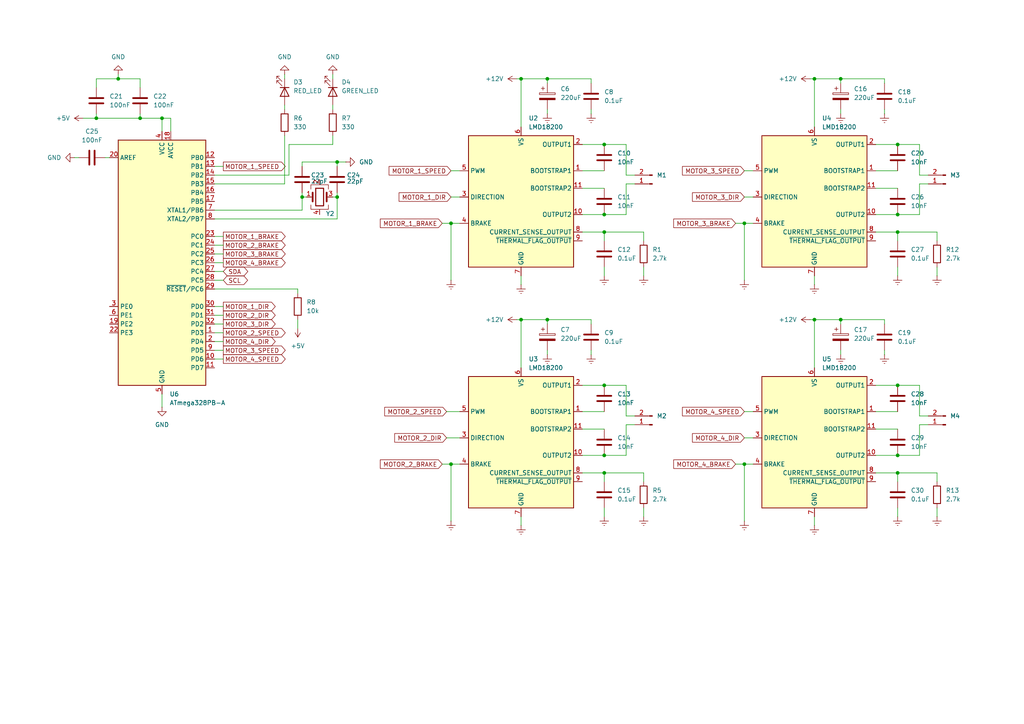
<source format=kicad_sch>
(kicad_sch (version 20250114) (generator "eeschema") (generator_version "9.0")
  (paper "A4")
  (lib_symbols
    (symbol "Connector:Conn_01x02_Pin" (pin_names (offset 1.016) (hide yes))
      (property "Reference" "J" (at 0 2.54 0))
      (property "Value" "Conn_01x02_Pin" (at 0 -5.08 0))
      (symbol "Conn_01x02_Pin_1_1"
        (rectangle (start 0.8636 0.127) (end 0 -0.127) (stroke (width 0.1524)) (fill (type outline)))
        (rectangle (start 0.8636 -2.413) (end 0 -2.667) (stroke (width 0.1524)) (fill (type outline)))
        (polyline (pts (xy 1.27 0) (xy 0.8636 0)) (stroke (width 0.1524)))
        (polyline (pts (xy 1.27 -2.54) (xy 0.8636 -2.54)) (stroke (width 0.1524)))
        (pin passive line (at 5.08 0 180) (length 3.81) (name "Pin_1") (number "1"))
        (pin passive line (at 5.08 -2.54 180) (length 3.81) (name "Pin_2") (number "2"))
      )
    )
    (symbol "Device:C" (pin_numbers (hide yes)) (pin_names (offset 0.254))
      (property "Reference" "C" (at 0.635 2.54 0))
      (property "Value" "C" (at 0.635 -2.54 0))
      (symbol "C_0_1"
        (polyline (pts (xy -2.032 0.762) (xy 2.032 0.762)) (stroke (width 0.508)))
        (polyline (pts (xy -2.032 -0.762) (xy 2.032 -0.762)) (stroke (width 0.508)))
      )
      (symbol "C_1_1"
        (pin passive line (at 0 3.81 270) (length 2.794) (name "~") (number "1"))
        (pin passive line (at 0 -3.81 90) (length 2.794) (name "~") (number "2"))
      )
    )
    (symbol "Device:C_Polarized" (pin_numbers (hide yes)) (pin_names (offset 0.254))
      (property "Reference" "C" (at 0.635 2.54 0))
      (property "Value" "C_Polarized" (at 0.635 -2.54 0))
      (symbol "C_Polarized_0_1"
        (rectangle (start -2.286 0.508) (end 2.286 1.016))
        (polyline (pts (xy -1.778 2.286) (xy -0.762 2.286)))
        (polyline (pts (xy -1.27 2.794) (xy -1.27 1.778)))
        (rectangle (start 2.286 -0.508) (end -2.286 -1.016) (fill (type outline)))
      )
      (symbol "C_Polarized_1_1"
        (pin passive line (at 0 3.81 270) (length 2.794) (name "~") (number "1"))
        (pin passive line (at 0 -3.81 90) (length 2.794) (name "~") (number "2"))
      )
    )
    (symbol "Device:Crystal_GND24" (pin_names (offset 1.016) (hide yes))
      (property "Reference" "Y" (at 3.175 5.08 0))
      (property "Value" "Crystal_GND24" (at 3.175 3.175 0))
      (symbol "Crystal_GND24_0_1"
        (polyline (pts (xy -2.54 2.286) (xy -2.54 3.556) (xy 2.54 3.556) (xy 2.54 2.286)))
        (polyline (pts (xy -2.54 0) (xy -2.032 0)))
        (polyline (pts (xy -2.54 -2.286) (xy -2.54 -3.556) (xy 2.54 -3.556) (xy 2.54 -2.286)))
        (polyline (pts (xy -2.032 -1.27) (xy -2.032 1.27)) (stroke (width 0.508)))
        (rectangle (start -1.143 2.54) (end 1.143 -2.54) (stroke (width 0.3048)))
        (polyline (pts (xy 0 3.556) (xy 0 3.81)))
        (polyline (pts (xy 0 -3.81) (xy 0 -3.556)))
        (polyline (pts (xy 2.032 0) (xy 2.54 0)))
        (polyline (pts (xy 2.032 -1.27) (xy 2.032 1.27)) (stroke (width 0.508)))
      )
      (symbol "Crystal_GND24_1_1"
        (pin passive line (at -3.81 0 0) (length 1.27) (name "1") (number "1"))
        (pin passive line (at 0 5.08 270) (length 1.27) (name "2") (number "2"))
        (pin passive line (at 0 -5.08 90) (length 1.27) (name "4") (number "4"))
        (pin passive line (at 3.81 0 180) (length 1.27) (name "3") (number "3"))
      )
    )
    (symbol "Device:LED" (pin_numbers (hide yes)) (pin_names (offset 1.016) (hide yes))
      (property "Reference" "D" (at 0 2.54 0))
      (property "Value" "LED" (at 0 -2.54 0))
      (symbol "LED_0_1"
        (polyline (pts (xy -3.048 -0.762) (xy -4.572 -2.286) (xy -3.81 -2.286) (xy -4.572 -2.286) (xy -4.572 -1.524)))
        (polyline (pts (xy -1.778 -0.762) (xy -3.302 -2.286) (xy -2.54 -2.286) (xy -3.302 -2.286) (xy -3.302 -1.524)))
        (polyline (pts (xy -1.27 0) (xy 1.27 0)))
        (polyline (pts (xy -1.27 -1.27) (xy -1.27 1.27)) (stroke (width 0.254)))
        (polyline (pts (xy 1.27 -1.27) (xy 1.27 1.27) (xy -1.27 0) (xy 1.27 -1.27)) (stroke (width 0.254)))
      )
      (symbol "LED_1_1"
        (pin passive line (at -3.81 0 0) (length 2.54) (name "K") (number "1"))
        (pin passive line (at 3.81 0 180) (length 2.54) (name "A") (number "2"))
      )
    )
    (symbol "Device:R" (pin_numbers (hide yes)) (pin_names (offset 0))
      (property "Reference" "R" (at 2.032 0 90))
      (property "Value" "R" (at 0 0 90))
      (symbol "R_0_1"
        (rectangle (start -1.016 -2.54) (end 1.016 2.54) (stroke (width 0.254)))
      )
      (symbol "R_1_1"
        (pin passive line (at 0 3.81 270) (length 1.27) (name "~") (number "1"))
        (pin passive line (at 0 -3.81 90) (length 1.27) (name "~") (number "2"))
      )
    )
    (symbol "Driver_Motor:LMD18200"
      (property "Reference" "U" (at -12.7 19.05 0))
      (property "Value" "LMD18200" (at 15.24 19.05 0))
      (symbol "LMD18200_0_1"
        (rectangle (start -15.24 -20.32) (end 15.24 17.78) (stroke (width 0.254)) (fill (type background)))
      )
      (symbol "LMD18200_1_1"
        (pin input line (at -17.78 7.62 0) (length 2.54) (name "PWM") (number "5"))
        (pin input line (at -17.78 0 0) (length 2.54) (name "DIRECTION") (number "3"))
        (pin input line (at -17.78 -7.62 0) (length 2.54) (name "BRAKE") (number "4"))
        (pin power_in line (at 0 20.32 270) (length 2.54) (name "VS") (number "6"))
        (pin power_in line (at 0 -22.86 90) (length 2.54) (name "GND") (number "7"))
        (pin output line (at 17.78 15.24 180) (length 2.54) (name "OUTPUT1") (number "2"))
        (pin passive line (at 17.78 7.62 180) (length 2.54) (name "BOOTSTRAP1") (number "1"))
        (pin passive line (at 17.78 2.54 180) (length 2.54) (name "BOOTSTRAP2") (number "11"))
        (pin output line (at 17.78 -5.08 180) (length 2.54) (name "OUTPUT2") (number "10"))
        (pin output line (at 17.78 -10.16 180) (length 2.54) (name "CURRENT_SENSE_OUTPUT") (number "8"))
        (pin open_collector line (at 17.78 -12.7 180) (length 2.54) (name "~{THERMAL_FLAG_OUTPUT}") (number "9"))
      )
    )
    (symbol "MCU_Microchip_ATmega:ATmega328PB-A"
      (property "Reference" "U" (at -12.7 36.83 0))
      (property "Value" "ATmega328PB-A" (at 2.54 -36.83 0))
      (symbol "ATmega328PB-A_0_1"
        (rectangle (start -12.7 -35.56) (end 12.7 35.56) (stroke (width 0.254)) (fill (type background)))
      )
      (symbol "ATmega328PB-A_1_1"
        (pin passive line (at -15.24 30.48 0) (length 2.54) (name "AREF") (number "20"))
        (pin bidirectional line (at -15.24 -12.7 0) (length 2.54) (name "PE0") (number "3"))
        (pin bidirectional line (at -15.24 -15.24 0) (length 2.54) (name "PE1") (number "6"))
        (pin bidirectional line (at -15.24 -17.78 0) (length 2.54) (name "PE2") (number "19"))
        (pin bidirectional line (at -15.24 -20.32 0) (length 2.54) (name "PE3") (number "22"))
        (pin power_in line (at 0 38.1 270) (length 2.54) (name "VCC") (number "4"))
        (pin passive line (at 0 -38.1 90) (length 2.54) (hide yes) (name "GND") (number "21"))
        (pin power_in line (at 0 -38.1 90) (length 2.54) (name "GND") (number "5"))
        (pin power_in line (at 2.54 38.1 270) (length 2.54) (name "AVCC") (number "18"))
        (pin bidirectional line (at 15.24 30.48 180) (length 2.54) (name "PB0") (number "12"))
        (pin bidirectional line (at 15.24 27.94 180) (length 2.54) (name "PB1") (number "13"))
        (pin bidirectional line (at 15.24 25.4 180) (length 2.54) (name "PB2") (number "14"))
        (pin bidirectional line (at 15.24 22.86 180) (length 2.54) (name "PB3") (number "15"))
        (pin bidirectional line (at 15.24 20.32 180) (length 2.54) (name "PB4") (number "16"))
        (pin bidirectional line (at 15.24 17.78 180) (length 2.54) (name "PB5") (number "17"))
        (pin bidirectional line (at 15.24 15.24 180) (length 2.54) (name "XTAL1/PB6") (number "7"))
        (pin bidirectional line (at 15.24 12.7 180) (length 2.54) (name "XTAL2/PB7") (number "8"))
        (pin bidirectional line (at 15.24 7.62 180) (length 2.54) (name "PC0") (number "23"))
        (pin bidirectional line (at 15.24 5.08 180) (length 2.54) (name "PC1") (number "24"))
        (pin bidirectional line (at 15.24 2.54 180) (length 2.54) (name "PC2") (number "25"))
        (pin bidirectional line (at 15.24 0 180) (length 2.54) (name "PC3") (number "26"))
        (pin bidirectional line (at 15.24 -2.54 180) (length 2.54) (name "PC4") (number "27"))
        (pin bidirectional line (at 15.24 -5.08 180) (length 2.54) (name "PC5") (number "28"))
        (pin bidirectional line (at 15.24 -7.62 180) (length 2.54) (name "~{RESET}/PC6") (number "29"))
        (pin bidirectional line (at 15.24 -12.7 180) (length 2.54) (name "PD0") (number "30"))
        (pin bidirectional line (at 15.24 -15.24 180) (length 2.54) (name "PD1") (number "31"))
        (pin bidirectional line (at 15.24 -17.78 180) (length 2.54) (name "PD2") (number "32"))
        (pin bidirectional line (at 15.24 -20.32 180) (length 2.54) (name "PD3") (number "1"))
        (pin bidirectional line (at 15.24 -22.86 180) (length 2.54) (name "PD4") (number "2"))
        (pin bidirectional line (at 15.24 -25.4 180) (length 2.54) (name "PD5") (number "9"))
        (pin bidirectional line (at 15.24 -27.94 180) (length 2.54) (name "PD6") (number "10"))
        (pin bidirectional line (at 15.24 -30.48 180) (length 2.54) (name "PD7") (number "11"))
      )
    )
    (symbol "power:+12V" (power) (pin_numbers (hide yes)) (pin_names (offset 0) (hide yes))
      (property "Value" "+12V" (at 0 3.556 0))
      (symbol "+12V_0_1"
        (polyline (pts (xy -0.762 1.27) (xy 0 2.54)))
        (polyline (pts (xy 0 2.54) (xy 0.762 1.27)))
        (polyline (pts (xy 0 0) (xy 0 2.54)))
      )
      (symbol "+12V_1_1"
        (pin power_in line (at 0 0 90) (length 0) (name "~") (number "1"))
      )
    )
    (symbol "power:+5V" (power) (pin_numbers (hide yes)) (pin_names (offset 0) (hide yes))
      (property "Value" "+5V" (at 0 3.556 0))
      (symbol "+5V_0_1"
        (polyline (pts (xy -0.762 1.27) (xy 0 2.54)))
        (polyline (pts (xy 0 2.54) (xy 0.762 1.27)))
        (polyline (pts (xy 0 0) (xy 0 2.54)))
      )
      (symbol "+5V_1_1"
        (pin power_in line (at 0 0 90) (length 0) (name "~") (number "1"))
      )
    )
    (symbol "power:Earth" (power) (pin_numbers (hide yes)) (pin_names (offset 0) (hide yes))
      (property "Value" "Earth" (at 0 -3.81 0))
      (symbol "Earth_0_1"
        (polyline (pts (xy -0.635 -1.905) (xy 0.635 -1.905)))
        (polyline (pts (xy -0.127 -2.54) (xy 0.127 -2.54)))
        (polyline (pts (xy 0 -1.27) (xy 0 0)))
        (polyline (pts (xy 1.27 -1.27) (xy -1.27 -1.27)))
      )
      (symbol "Earth_1_1"
        (pin power_in line (at 0 0 270) (length 0) (name "~") (number "1"))
      )
    )
    (symbol "power:GND" (power) (pin_numbers (hide yes)) (pin_names (offset 0) (hide yes))
      (property "Value" "GND" (at 0 -3.81 0))
      (symbol "GND_0_1"
        (polyline (pts (xy 0 0) (xy 0 -1.27) (xy 1.27 -1.27) (xy 0 -2.54) (xy -1.27 -1.27) (xy 0 -1.27)))
      )
      (symbol "GND_1_1"
        (pin power_in line (at 0 0 270) (length 0) (name "~") (number "1"))
      )
    )
  )
  (junction (at 97.79 57.15))
  (junction (at 236.22 92.71))
  (junction (at 260.35 67.31))
  (junction (at 97.79 46.99))
  (junction (at 243.84 22.86))
  (junction (at 130.81 64.77))
  (junction (at 130.81 134.62))
  (junction (at 260.35 132.08))
  (junction (at 151.13 22.86))
  (junction (at 243.84 92.71))
  (junction (at 175.26 67.31))
  (junction (at 260.35 111.76))
  (junction (at 27.94 34.29))
  (junction (at 215.9 64.77))
  (junction (at 46.99 34.29))
  (junction (at 175.26 137.16))
  (junction (at 87.63 57.15))
  (junction (at 236.22 22.86))
  (junction (at 158.75 92.71))
  (junction (at 151.13 92.71))
  (junction (at 215.9 134.62))
  (junction (at 158.75 22.86))
  (junction (at 260.35 41.91))
  (junction (at 260.35 137.16))
  (junction (at 175.26 62.23))
  (junction (at 34.29 22.86))
  (junction (at 40.64 34.29))
  (junction (at 260.35 62.23))
  (junction (at 175.26 111.76))
  (junction (at 175.26 132.08))
  (junction (at 175.26 41.91))
  (wire (pts (xy 266.7 50.8) (xy 266.7 41.91)))
  (wire (pts (xy 62.23 88.9) (xy 64.77 88.9)))
  (wire (pts (xy 83.82 41.91) (xy 96.52 41.91)))
  (wire (pts (xy 171.45 92.71) (xy 158.75 92.71)))
  (wire (pts (xy 46.99 114.3) (xy 46.99 118.11)))
  (wire (pts (xy 151.13 22.86) (xy 151.13 36.83)))
  (wire (pts (xy 130.81 57.15) (xy 133.35 57.15)))
  (wire (pts (xy 83.82 50.8) (xy 83.82 41.91)))
  (wire (pts (xy 158.75 92.71) (xy 151.13 92.71)))
  (wire (pts (xy 186.69 67.31) (xy 175.26 67.31)))
  (wire (pts (xy 151.13 92.71) (xy 151.13 106.68)))
  (wire (pts (xy 269.24 53.34) (xy 266.7 53.34)))
  (wire (pts (xy 236.22 22.86) (xy 236.22 36.83)))
  (wire (pts (xy 27.94 22.86) (xy 34.29 22.86)))
  (wire (pts (xy 87.63 46.99) (xy 87.63 48.26)))
  (wire (pts (xy 97.79 57.15) (xy 97.79 63.5)))
  (wire (pts (xy 184.15 53.34) (xy 181.61 53.34)))
  (wire (pts (xy 62.23 91.44) (xy 64.77 91.44)))
  (wire (pts (xy 49.53 38.1) (xy 49.53 34.29)))
  (wire (pts (xy 213.36 64.77) (xy 215.9 64.77)))
  (wire (pts (xy 218.44 134.62) (xy 215.9 134.62)))
  (wire (pts (xy 181.61 62.23) (xy 175.26 62.23)))
  (wire (pts (xy 181.61 53.34) (xy 181.61 62.23)))
  (wire (pts (xy 62.23 50.8) (xy 83.82 50.8)))
  (wire (pts (xy 158.75 24.13) (xy 158.75 22.86)))
  (wire (pts (xy 151.13 80.01) (xy 151.13 82.55)))
  (wire (pts (xy 256.54 22.86) (xy 243.84 22.86)))
  (wire (pts (xy 86.36 83.82) (xy 86.36 85.09)))
  (wire (pts (xy 158.75 93.98) (xy 158.75 92.71)))
  (wire (pts (xy 129.54 119.38) (xy 133.35 119.38)))
  (wire (pts (xy 181.61 41.91) (xy 175.26 41.91)))
  (wire (pts (xy 24.13 34.29) (xy 27.94 34.29)))
  (wire (pts (xy 271.78 69.85) (xy 271.78 67.31)))
  (wire (pts (xy 158.75 22.86) (xy 151.13 22.86)))
  (wire (pts (xy 62.23 104.14) (xy 64.77 104.14)))
  (wire (pts (xy 168.91 62.23) (xy 175.26 62.23)))
  (wire (pts (xy 271.78 147.32) (xy 271.78 149.86)))
  (wire (pts (xy 168.91 111.76) (xy 175.26 111.76)))
  (wire (pts (xy 266.7 111.76) (xy 260.35 111.76)))
  (wire (pts (xy 236.22 92.71) (xy 236.22 106.68)))
  (wire (pts (xy 215.9 49.53) (xy 218.44 49.53)))
  (wire (pts (xy 181.61 50.8) (xy 181.61 41.91)))
  (wire (pts (xy 175.26 137.16) (xy 175.26 139.7)))
  (wire (pts (xy 168.91 132.08) (xy 175.26 132.08)))
  (wire (pts (xy 243.84 22.86) (xy 236.22 22.86)))
  (wire (pts (xy 62.23 48.26) (xy 64.77 48.26)))
  (wire (pts (xy 266.7 132.08) (xy 260.35 132.08)))
  (wire (pts (xy 184.15 123.19) (xy 181.61 123.19)))
  (wire (pts (xy 181.61 120.65) (xy 181.61 111.76)))
  (wire (pts (xy 269.24 120.65) (xy 266.7 120.65)))
  (wire (pts (xy 62.23 83.82) (xy 86.36 83.82)))
  (wire (pts (xy 30.48 45.72) (xy 31.75 45.72)))
  (wire (pts (xy 256.54 93.98) (xy 256.54 92.71)))
  (wire (pts (xy 46.99 34.29) (xy 40.64 34.29)))
  (wire (pts (xy 236.22 80.01) (xy 236.22 82.55)))
  (wire (pts (xy 215.9 134.62) (xy 215.9 151.13)))
  (wire (pts (xy 254 41.91) (xy 260.35 41.91)))
  (wire (pts (xy 243.84 101.6) (xy 243.84 102.87)))
  (wire (pts (xy 271.78 137.16) (xy 260.35 137.16)))
  (wire (pts (xy 86.36 92.71) (xy 86.36 95.25)))
  (wire (pts (xy 96.52 41.91) (xy 96.52 39.37)))
  (wire (pts (xy 158.75 31.75) (xy 158.75 33.02)))
  (wire (pts (xy 215.9 127) (xy 218.44 127)))
  (wire (pts (xy 96.52 30.48) (xy 96.52 31.75)))
  (wire (pts (xy 97.79 55.88) (xy 97.79 57.15)))
  (wire (pts (xy 168.91 119.38) (xy 175.26 119.38)))
  (wire (pts (xy 254 67.31) (xy 260.35 67.31)))
  (wire (pts (xy 175.26 67.31) (xy 175.26 69.85)))
  (wire (pts (xy 175.26 77.47) (xy 175.26 80.01)))
  (wire (pts (xy 243.84 24.13) (xy 243.84 22.86)))
  (wire (pts (xy 186.69 139.7) (xy 186.69 137.16)))
  (wire (pts (xy 168.91 67.31) (xy 175.26 67.31)))
  (wire (pts (xy 168.91 137.16) (xy 175.26 137.16)))
  (wire (pts (xy 151.13 149.86) (xy 151.13 152.4)))
  (wire (pts (xy 97.79 46.99) (xy 87.63 46.99)))
  (wire (pts (xy 215.9 64.77) (xy 215.9 81.28)))
  (wire (pts (xy 87.63 57.15) (xy 88.9 57.15)))
  (wire (pts (xy 260.35 67.31) (xy 260.35 69.85)))
  (wire (pts (xy 130.81 49.53) (xy 133.35 49.53)))
  (wire (pts (xy 22.86 45.72) (xy 21.59 45.72)))
  (wire (pts (xy 62.23 71.12) (xy 64.77 71.12)))
  (wire (pts (xy 96.52 57.15) (xy 97.79 57.15)))
  (wire (pts (xy 62.23 81.28) (xy 64.77 81.28)))
  (wire (pts (xy 40.64 33.02) (xy 40.64 34.29)))
  (wire (pts (xy 96.52 21.59) (xy 96.52 22.86)))
  (wire (pts (xy 158.75 101.6) (xy 158.75 102.87)))
  (wire (pts (xy 62.23 99.06) (xy 64.77 99.06)))
  (wire (pts (xy 130.81 64.77) (xy 130.81 81.28)))
  (wire (pts (xy 62.23 73.66) (xy 64.77 73.66)))
  (wire (pts (xy 27.94 34.29) (xy 27.94 33.02)))
  (wire (pts (xy 218.44 64.77) (xy 215.9 64.77)))
  (wire (pts (xy 82.55 21.59) (xy 82.55 22.86)))
  (wire (pts (xy 254 49.53) (xy 260.35 49.53)))
  (wire (pts (xy 175.26 147.32) (xy 175.26 149.86)))
  (wire (pts (xy 243.84 31.75) (xy 243.84 33.02)))
  (wire (pts (xy 186.69 69.85) (xy 186.69 67.31)))
  (wire (pts (xy 62.23 76.2) (xy 64.77 76.2)))
  (wire (pts (xy 266.7 62.23) (xy 260.35 62.23)))
  (wire (pts (xy 213.36 134.62) (xy 215.9 134.62)))
  (wire (pts (xy 256.54 101.6) (xy 256.54 102.87)))
  (wire (pts (xy 266.7 53.34) (xy 266.7 62.23)))
  (wire (pts (xy 130.81 134.62) (xy 130.81 151.13)))
  (wire (pts (xy 87.63 57.15) (xy 87.63 60.96)))
  (wire (pts (xy 271.78 67.31) (xy 260.35 67.31)))
  (wire (pts (xy 215.9 57.15) (xy 218.44 57.15)))
  (wire (pts (xy 62.23 60.96) (xy 87.63 60.96)))
  (wire (pts (xy 271.78 139.7) (xy 271.78 137.16)))
  (wire (pts (xy 62.23 93.98) (xy 64.77 93.98)))
  (wire (pts (xy 149.86 22.86) (xy 151.13 22.86)))
  (wire (pts (xy 260.35 137.16) (xy 260.35 139.7)))
  (wire (pts (xy 243.84 92.71) (xy 236.22 92.71)))
  (wire (pts (xy 87.63 55.88) (xy 87.63 57.15)))
  (wire (pts (xy 234.95 22.86) (xy 236.22 22.86)))
  (wire (pts (xy 128.27 134.62) (xy 130.81 134.62)))
  (wire (pts (xy 271.78 77.47) (xy 271.78 80.01)))
  (wire (pts (xy 40.64 22.86) (xy 40.64 25.4)))
  (wire (pts (xy 171.45 22.86) (xy 158.75 22.86)))
  (wire (pts (xy 269.24 123.19) (xy 266.7 123.19)))
  (wire (pts (xy 62.23 78.74) (xy 64.77 78.74)))
  (wire (pts (xy 133.35 64.77) (xy 130.81 64.77)))
  (wire (pts (xy 236.22 149.86) (xy 236.22 152.4)))
  (wire (pts (xy 181.61 111.76) (xy 175.26 111.76)))
  (wire (pts (xy 49.53 34.29) (xy 46.99 34.29)))
  (wire (pts (xy 168.91 54.61) (xy 175.26 54.61)))
  (wire (pts (xy 27.94 25.4) (xy 27.94 22.86)))
  (wire (pts (xy 243.84 93.98) (xy 243.84 92.71)))
  (wire (pts (xy 254 137.16) (xy 260.35 137.16)))
  (wire (pts (xy 40.64 34.29) (xy 27.94 34.29)))
  (wire (pts (xy 62.23 68.58) (xy 64.77 68.58)))
  (wire (pts (xy 82.55 30.48) (xy 82.55 31.75)))
  (wire (pts (xy 168.91 41.91) (xy 175.26 41.91)))
  (wire (pts (xy 256.54 31.75) (xy 256.54 33.02)))
  (wire (pts (xy 171.45 93.98) (xy 171.45 92.71)))
  (wire (pts (xy 149.86 92.71) (xy 151.13 92.71)))
  (wire (pts (xy 62.23 96.52) (xy 64.77 96.52)))
  (wire (pts (xy 186.69 137.16) (xy 175.26 137.16)))
  (wire (pts (xy 133.35 134.62) (xy 130.81 134.62)))
  (wire (pts (xy 171.45 24.13) (xy 171.45 22.86)))
  (wire (pts (xy 266.7 41.91) (xy 260.35 41.91)))
  (wire (pts (xy 254 119.38) (xy 260.35 119.38)))
  (wire (pts (xy 254 62.23) (xy 260.35 62.23)))
  (wire (pts (xy 34.29 22.86) (xy 40.64 22.86)))
  (wire (pts (xy 234.95 92.71) (xy 236.22 92.71)))
  (wire (pts (xy 256.54 24.13) (xy 256.54 22.86)))
  (wire (pts (xy 34.29 21.59) (xy 34.29 22.86)))
  (wire (pts (xy 100.33 46.99) (xy 97.79 46.99)))
  (wire (pts (xy 254 132.08) (xy 260.35 132.08)))
  (wire (pts (xy 184.15 120.65) (xy 181.61 120.65)))
  (wire (pts (xy 186.69 77.47) (xy 186.69 80.01)))
  (wire (pts (xy 168.91 49.53) (xy 175.26 49.53)))
  (wire (pts (xy 171.45 101.6) (xy 171.45 102.87)))
  (wire (pts (xy 184.15 50.8) (xy 181.61 50.8)))
  (wire (pts (xy 168.91 124.46) (xy 175.26 124.46)))
  (wire (pts (xy 62.23 63.5) (xy 97.79 63.5)))
  (wire (pts (xy 260.35 147.32) (xy 260.35 149.86)))
  (wire (pts (xy 129.54 127) (xy 133.35 127)))
  (wire (pts (xy 269.24 50.8) (xy 266.7 50.8)))
  (wire (pts (xy 254 111.76) (xy 260.35 111.76)))
  (wire (pts (xy 215.9 119.38) (xy 218.44 119.38)))
  (wire (pts (xy 266.7 120.65) (xy 266.7 111.76)))
  (wire (pts (xy 171.45 31.75) (xy 171.45 33.02)))
  (wire (pts (xy 181.61 132.08) (xy 175.26 132.08)))
  (wire (pts (xy 266.7 123.19) (xy 266.7 132.08)))
  (wire (pts (xy 260.35 77.47) (xy 260.35 80.01)))
  (wire (pts (xy 256.54 92.71) (xy 243.84 92.71)))
  (wire (pts (xy 62.23 101.6) (xy 64.77 101.6)))
  (wire (pts (xy 82.55 53.34) (xy 82.55 39.37)))
  (wire (pts (xy 254 124.46) (xy 260.35 124.46)))
  (wire (pts (xy 181.61 123.19) (xy 181.61 132.08)))
  (wire (pts (xy 254 54.61) (xy 260.35 54.61)))
  (wire (pts (xy 62.23 53.34) (xy 82.55 53.34)))
  (wire (pts (xy 97.79 46.99) (xy 97.79 48.26)))
  (wire (pts (xy 186.69 147.32) (xy 186.69 149.86)))
  (wire (pts (xy 46.99 38.1) (xy 46.99 34.29)))
  (wire (pts (xy 128.27 64.77) (xy 130.81 64.77)))
  (global_label "MOTOR_1_BRAKE" (shape output) (at 64.77 68.58 0) (property "Intersheetrefs" "${INTERSHEET_REFS}" (effects (hide yes))))
  (global_label "MOTOR_1_SPEED" (shape output) (at 64.77 48.26 0) (property "Intersheetrefs" "${INTERSHEET_REFS}" (effects (hide yes))))
  (global_label "MOTOR_2_DIR" (shape input) (at 129.54 127 180) (property "Intersheetrefs" "${INTERSHEET_REFS}" (effects (hide yes))))
  (global_label "MOTOR_2_BRAKE" (shape output) (at 64.77 71.12 0) (property "Intersheetrefs" "${INTERSHEET_REFS}" (effects (hide yes))))
  (global_label "MOTOR_1_SPEED" (shape input) (at 130.81 49.53 180) (property "Intersheetrefs" "${INTERSHEET_REFS}" (effects (hide yes))))
  (global_label "MOTOR_2_SPEED" (shape output) (at 64.77 96.52 0) (property "Intersheetrefs" "${INTERSHEET_REFS}" (effects (hide yes))))
  (global_label "MOTOR_4_BRAKE" (shape input) (at 213.36 134.62 180) (property "Intersheetrefs" "${INTERSHEET_REFS}" (effects (hide yes))))
  (global_label "MOTOR_4_BRAKE" (shape output) (at 64.77 76.2 0) (property "Intersheetrefs" "${INTERSHEET_REFS}" (effects (hide yes))))
  (global_label "SDA" (shape bidirectional) (at 64.77 78.74 0) (property "Intersheetrefs" "${INTERSHEET_REFS}" (effects (hide yes))))
  (global_label "MOTOR_1_DIR" (shape input) (at 130.81 57.15 180) (property "Intersheetrefs" "${INTERSHEET_REFS}" (effects (hide yes))))
  (global_label "MOTOR_2_DIR" (shape output) (at 64.77 91.44 0) (property "Intersheetrefs" "${INTERSHEET_REFS}" (effects (hide yes))))
  (global_label "MOTOR_3_DIR" (shape output) (at 64.77 93.98 0) (property "Intersheetrefs" "${INTERSHEET_REFS}" (effects (hide yes))))
  (global_label "MOTOR_1_BRAKE" (shape input) (at 128.27 64.77 180) (property "Intersheetrefs" "${INTERSHEET_REFS}" (effects (hide yes))))
  (global_label "MOTOR_4_SPEED" (shape input) (at 215.9 119.38 180) (property "Intersheetrefs" "${INTERSHEET_REFS}" (effects (hide yes))))
  (global_label "MOTOR_2_SPEED" (shape input) (at 129.54 119.38 180) (property "Intersheetrefs" "${INTERSHEET_REFS}" (effects (hide yes))))
  (global_label "MOTOR_3_DIR" (shape input) (at 215.9 57.15 180) (property "Intersheetrefs" "${INTERSHEET_REFS}" (effects (hide yes))))
  (global_label "MOTOR_4_DIR" (shape input) (at 215.9 127 180) (property "Intersheetrefs" "${INTERSHEET_REFS}" (effects (hide yes))))
  (global_label "MOTOR_3_BRAKE" (shape output) (at 64.77 73.66 0) (property "Intersheetrefs" "${INTERSHEET_REFS}" (effects (hide yes))))
  (global_label "MOTOR_1_DIR" (shape output) (at 64.77 88.9 0) (property "Intersheetrefs" "${INTERSHEET_REFS}" (effects (hide yes))))
  (global_label "MOTOR_3_SPEED" (shape input) (at 215.9 49.53 180) (property "Intersheetrefs" "${INTERSHEET_REFS}" (effects (hide yes))))
  (global_label "MOTOR_4_DIR" (shape output) (at 64.77 99.06 0) (property "Intersheetrefs" "${INTERSHEET_REFS}" (effects (hide yes))))
  (global_label "SCL" (shape bidirectional) (at 64.77 81.28 0) (property "Intersheetrefs" "${INTERSHEET_REFS}" (effects (hide yes))))
  (global_label "MOTOR_3_BRAKE" (shape input) (at 213.36 64.77 180) (property "Intersheetrefs" "${INTERSHEET_REFS}" (effects (hide yes))))
  (global_label "MOTOR_2_BRAKE" (shape input) (at 128.27 134.62 180) (property "Intersheetrefs" "${INTERSHEET_REFS}" (effects (hide yes))))
  (global_label "MOTOR_3_SPEED" (shape output) (at 64.77 101.6 0) (property "Intersheetrefs" "${INTERSHEET_REFS}" (effects (hide yes))))
  (global_label "MOTOR_4_SPEED" (shape output) (at 64.77 104.14 0) (property "Intersheetrefs" "${INTERSHEET_REFS}" (effects (hide yes))))
  (symbol (lib_id "power:Earth") (at 215.9 81.28 0) (unit 1)
    (property "Reference" "#PWR024" (effects (hide yes)))
    (property "Value" "Earth" (effects (hide yes)))
    (property "Description" "Power symbol creates a global label with name \"Earth\"" (effects (hide yes)))
  )
  (symbol (lib_id "Device:C") (at 87.63 52.07 0) (unit 1)
    (property "Reference" "C23" (at 90.17 50.8 0) (effects (justify left)))
    (property "Value" "22pF" (at 90.17 52.578 0) (effects (justify left)))
    (property "Footprint" "Capacitor_SMD:C_0805_2012Metric_Pad1.18x1.45mm_HandSolder" (effects (hide yes)))
    (property "Description" "Unpolarized capacitor" (effects (hide yes)))
  )
  (symbol (lib_id "power:Earth") (at 271.78 149.86 0) (unit 1)
    (property "Reference" "#PWR045" (effects (hide yes)))
    (property "Value" "Earth" (effects (hide yes)))
    (property "Description" "Power symbol creates a global label with name \"Earth\"" (effects (hide yes)))
  )
  (symbol (lib_id "power:Earth") (at 243.84 33.02 0) (unit 1)
    (property "Reference" "#PWR029" (effects (hide yes)))
    (property "Value" "Earth" (effects (hide yes)))
    (property "Description" "Power symbol creates a global label with name \"Earth\"" (effects (hide yes)))
  )
  (symbol (lib_id "Device:R") (at 82.55 35.56 180) (unit 1)
    (property "Reference" "R6" (at 85.09 34.2899 0) (effects (justify right)))
    (property "Value" "330" (at 85.09 36.8299 0) (effects (justify right)))
    (property "Footprint" "Resistor_SMD:R_0805_2012Metric_Pad1.20x1.40mm_HandSolder" (effects (hide yes)))
    (property "Description" "Resistor" (effects (hide yes)))
  )
  (symbol (lib_id "Device:C") (at 260.35 45.72 0) (unit 1)
    (property "Reference" "C20" (at 264.16 44.4499 0) (effects (justify left)))
    (property "Value" "10nF" (at 264.16 46.9899 0) (effects (justify left)))
    (property "Footprint" "Capacitor_SMD:C_1210_3225Metric_Pad1.33x2.70mm_HandSolder" (effects (hide yes)))
    (property "Description" "Unpolarized capacitor" (effects (hide yes)))
  )
  (symbol (lib_id "power:GND") (at 100.33 46.99 90) (unit 1)
    (property "Reference" "#PWR030" (effects (hide yes)))
    (property "Value" "GND" (at 104.14 46.9899 90) (effects (justify right)))
    (property "Description" "Power symbol creates a global label with name \"GND\" , ground" (effects (hide yes)))
  )
  (symbol (lib_id "Connector:Conn_01x02_Pin") (at 189.23 123.19 180) (unit 1)
    (property "Reference" "M2" (at 190.5 120.6499 0) (effects (justify right)))
    (property "Value" "Conn_01x02_Pin" (effects (hide yes)))
    (property "Footprint" "Connector_JST:JST_XH_B2B-XH-A_1x02_P2.50mm_Vertical" (effects (hide yes)))
    (property "Description" "Generic connector, single row, 01x02, script generated" (effects (hide yes)))
  )
  (symbol (lib_id "Device:C") (at 256.54 27.94 0) (unit 1)
    (property "Reference" "C18" (at 260.35 26.6699 0) (effects (justify left)))
    (property "Value" "0.1uF" (at 260.35 29.2099 0) (effects (justify left)))
    (property "Footprint" "Capacitor_SMD:C_0805_2012Metric_Pad1.18x1.45mm_HandSolder" (effects (hide yes)))
    (property "Description" "Unpolarized capacitor" (effects (hide yes)))
  )
  (symbol (lib_id "power:Earth") (at 260.35 80.01 0) (unit 1)
    (property "Reference" "#PWR041" (effects (hide yes)))
    (property "Value" "Earth" (effects (hide yes)))
    (property "Description" "Power symbol creates a global label with name \"Earth\"" (effects (hide yes)))
  )
  (symbol (lib_id "Device:C") (at 175.26 45.72 0) (unit 1)
    (property "Reference" "C10" (at 179.07 44.4499 0) (effects (justify left)))
    (property "Value" "10nF" (at 179.07 46.9899 0) (effects (justify left)))
    (property "Footprint" "Capacitor_SMD:C_1210_3225Metric_Pad1.33x2.70mm_HandSolder" (effects (hide yes)))
    (property "Description" "Unpolarized capacitor" (effects (hide yes)))
  )
  (symbol (lib_id "power:Earth") (at 243.84 102.87 0) (unit 1)
    (property "Reference" "#PWR038" (effects (hide yes)))
    (property "Value" "Earth" (effects (hide yes)))
    (property "Description" "Power symbol creates a global label with name \"Earth\"" (effects (hide yes)))
  )
  (symbol (lib_id "Device:LED") (at 82.55 26.67 270) (unit 1)
    (property "Reference" "D3" (at 85.09 23.8124 90) (effects (justify left)))
    (property "Value" "RED_LED" (at 85.09 26.3524 90) (effects (justify left)))
    (property "Footprint" "LED_SMD:LED_0805_2012Metric_Pad1.15x1.40mm_HandSolder" (effects (hide yes)))
    (property "Description" "Light emitting diode" (effects (hide yes)))
  )
  (symbol (lib_id "Device:R") (at 86.36 88.9 180) (unit 1)
    (property "Reference" "R8" (at 88.9 87.6299 0) (effects (justify right)))
    (property "Value" "10k" (at 88.9 90.1699 0) (effects (justify right)))
    (property "Footprint" "Resistor_SMD:R_0805_2012Metric_Pad1.20x1.40mm_HandSolder" (effects (hide yes)))
    (property "Description" "Resistor" (effects (hide yes)))
  )
  (symbol (lib_id "Connector:Conn_01x02_Pin") (at 189.23 53.34 180) (unit 1)
    (property "Reference" "M1" (at 190.5 50.7999 0) (effects (justify right)))
    (property "Value" "Conn_01x02_Pin" (effects (hide yes)))
    (property "Footprint" "Connector_JST:JST_XH_B2B-XH-A_1x02_P2.50mm_Vertical" (effects (hide yes)))
    (property "Description" "Generic connector, single row, 01x02, script generated" (effects (hide yes)))
  )
  (symbol (lib_id "Device:C") (at 260.35 58.42 0) (unit 1)
    (property "Reference" "C26" (at 264.16 57.1499 0) (effects (justify left)))
    (property "Value" "10nF" (at 264.16 59.6899 0) (effects (justify left)))
    (property "Footprint" "Capacitor_SMD:C_1210_3225Metric_Pad1.33x2.70mm_HandSolder" (effects (hide yes)))
    (property "Description" "Unpolarized capacitor" (effects (hide yes)))
  )
  (symbol (lib_id "power:+12V") (at 234.95 22.86 90) (unit 1)
    (property "Reference" "#PWR023" (effects (hide yes)))
    (property "Value" "+12V" (at 231.14 22.8599 90) (effects (justify left)))
    (property "Description" "Power symbol creates a global label with name \"+12V\"" (effects (hide yes)))
  )
  (symbol (lib_id "Device:C_Polarized") (at 243.84 97.79 0) (unit 1)
    (property "Reference" "C17" (at 247.65 95.6309 0) (effects (justify left)))
    (property "Value" "220uF" (at 247.65 98.1709 0) (effects (justify left)))
    (property "Footprint" "Capacitor_SMD:CP_Elec_10x10" (effects (hide yes)))
    (property "Description" "Polarized capacitor" (effects (hide yes)))
  )
  (symbol (lib_id "MCU_Microchip_ATmega:ATmega328PB-A") (at 46.99 76.2 0) (unit 1)
    (property "Reference" "U6" (at 49.1841 114.3 0) (effects (justify left)))
    (property "Value" "ATmega328PB-A" (at 49.1841 116.84 0) (effects (justify left)))
    (property "Footprint" "Package_QFP:TQFP-32_7x7mm_P0.8mm" (effects (hide yes)))
    (property "Datasheet" "http://ww1.microchip.com/downloads/en/DeviceDoc/40001906C.pdf" (effects (hide yes)))
    (property "Description" "20MHz, 32kB Flash, 2kB SRAM, 1kB EEPROM, TQFP-32" (effects (hide yes)))
  )
  (symbol (lib_id "power:Earth") (at 215.9 151.13 0) (unit 1)
    (property "Reference" "#PWR026" (effects (hide yes)))
    (property "Value" "Earth" (effects (hide yes)))
    (property "Description" "Power symbol creates a global label with name \"Earth\"" (effects (hide yes)))
  )
  (symbol (lib_id "Connector:Conn_01x02_Pin") (at 274.32 53.34 180) (unit 1)
    (property "Reference" "M3" (at 275.59 50.7999 0) (effects (justify right)))
    (property "Value" "Conn_01x02_Pin" (effects (hide yes)))
    (property "Footprint" "Connector_JST:JST_XH_B2B-XH-A_1x02_P2.50mm_Vertical" (effects (hide yes)))
    (property "Description" "Generic connector, single row, 01x02, script generated" (effects (hide yes)))
  )
  (symbol (lib_id "Device:C") (at 175.26 115.57 0) (unit 1)
    (property "Reference" "C13" (at 179.07 114.2999 0) (effects (justify left)))
    (property "Value" "10nF" (at 179.07 116.8399 0) (effects (justify left)))
    (property "Footprint" "Capacitor_SMD:C_1210_3225Metric_Pad1.33x2.70mm_HandSolder" (effects (hide yes)))
    (property "Description" "Unpolarized capacitor" (effects (hide yes)))
  )
  (symbol (lib_id "power:+5V") (at 24.13 34.29 90) (unit 1)
    (property "Reference" "#PWR033" (effects (hide yes)))
    (property "Value" "+5V" (at 20.32 34.2899 90) (effects (justify left)))
    (property "Description" "Power symbol creates a global label with name \"+5V\"" (effects (hide yes)))
  )
  (symbol (lib_id "Device:R") (at 271.78 73.66 0) (unit 1)
    (property "Reference" "R12" (at 274.32 72.3899 0) (effects (justify left)))
    (property "Value" "2.7k" (at 274.32 74.9299 0) (effects (justify left)))
    (property "Footprint" "Resistor_SMD:R_0805_2012Metric_Pad1.20x1.40mm_HandSolder" (effects (hide yes)))
    (property "Description" "Resistor" (effects (hide yes)))
  )
  (symbol (lib_id "Device:C") (at 175.26 73.66 0) (unit 1)
    (property "Reference" "C12" (at 179.07 72.3899 0) (effects (justify left)))
    (property "Value" "0.1uF" (at 179.07 74.9299 0) (effects (justify left)))
    (property "Footprint" "Capacitor_SMD:C_0805_2012Metric_Pad1.18x1.45mm_HandSolder" (effects (hide yes)))
    (property "Description" "Unpolarized capacitor" (effects (hide yes)))
  )
  (symbol (lib_id "power:Earth") (at 151.13 152.4 0) (unit 1)
    (property "Reference" "#PWR014" (effects (hide yes)))
    (property "Value" "Earth" (effects (hide yes)))
    (property "Description" "Power symbol creates a global label with name \"Earth\"" (effects (hide yes)))
  )
  (symbol (lib_id "power:GND") (at 34.29 21.59 180) (unit 1)
    (property "Reference" "#PWR035" (effects (hide yes)))
    (property "Value" "GND" (at 34.29 16.51 0))
    (property "Description" "Power symbol creates a global label with name \"GND\" , ground" (effects (hide yes)))
  )
  (symbol (lib_id "Driver_Motor:LMD18200") (at 236.22 57.15 0) (unit 1)
    (property "Reference" "U4" (at 238.4141 34.29 0) (effects (justify left)))
    (property "Value" "LMD18200" (at 238.4141 36.83 0) (effects (justify left)))
    (property "Footprint" "Package_TO_SOT_THT:TO-220-11_P3.4x5.08mm_StaggerOdd_Lead4.58mm_Vertical" (effects (hide yes)))
    (property "Datasheet" "http://www.ti.com/lit/ds/symlink/lmd18200.pdf" (effects (hide yes)))
    (property "Description" "3A, 55V H-Bridge, Motion Control Applications, TO-220-11" (effects (hide yes)))
  )
  (symbol (lib_id "Device:C") (at 260.35 115.57 0) (unit 1)
    (property "Reference" "C28" (at 264.16 114.2999 0) (effects (justify left)))
    (property "Value" "10nF" (at 264.16 116.8399 0) (effects (justify left)))
    (property "Footprint" "Capacitor_SMD:C_1210_3225Metric_Pad1.33x2.70mm_HandSolder" (effects (hide yes)))
    (property "Description" "Unpolarized capacitor" (effects (hide yes)))
  )
  (symbol (lib_id "Device:C_Polarized") (at 158.75 97.79 0) (unit 1)
    (property "Reference" "C7" (at 162.56 95.6309 0) (effects (justify left)))
    (property "Value" "220uF" (at 162.56 98.1709 0) (effects (justify left)))
    (property "Footprint" "Capacitor_SMD:CP_Elec_10x10" (effects (hide yes)))
    (property "Description" "Polarized capacitor" (effects (hide yes)))
  )
  (symbol (lib_id "power:GND") (at 82.55 21.59 180) (unit 1)
    (property "Reference" "#PWR032" (effects (hide yes)))
    (property "Value" "GND" (at 82.55 16.51 0))
    (property "Description" "Power symbol creates a global label with name \"GND\" , ground" (effects (hide yes)))
  )
  (symbol (lib_id "power:Earth") (at 171.45 33.02 0) (unit 1)
    (property "Reference" "#PWR017" (effects (hide yes)))
    (property "Value" "Earth" (effects (hide yes)))
    (property "Description" "Power symbol creates a global label with name \"Earth\"" (effects (hide yes)))
  )
  (symbol (lib_id "Device:C") (at 27.94 29.21 0) (unit 1)
    (property "Reference" "C21" (at 31.75 27.9399 0) (effects (justify left)))
    (property "Value" "100nF" (at 31.75 30.4799 0) (effects (justify left)))
    (property "Footprint" "Capacitor_SMD:C_0805_2012Metric_Pad1.18x1.45mm_HandSolder" (effects (hide yes)))
    (property "Description" "Unpolarized capacitor" (effects (hide yes)))
  )
  (symbol (lib_id "Device:C") (at 97.79 52.07 0) (unit 1)
    (property "Reference" "C24" (at 100.584 50.8 0) (effects (justify left)))
    (property "Value" "22pF" (at 100.584 52.578 0) (effects (justify left)))
    (property "Footprint" "Capacitor_SMD:C_0805_2012Metric_Pad1.18x1.45mm_HandSolder" (effects (hide yes)))
    (property "Description" "Unpolarized capacitor" (effects (hide yes)))
  )
  (symbol (lib_id "Device:C") (at 175.26 58.42 0) (unit 1)
    (property "Reference" "C11" (at 179.07 57.1499 0) (effects (justify left)))
    (property "Value" "10nF" (at 179.07 59.6899 0) (effects (justify left)))
    (property "Footprint" "Capacitor_SMD:C_1210_3225Metric_Pad1.33x2.70mm_HandSolder" (effects (hide yes)))
    (property "Description" "Unpolarized capacitor" (effects (hide yes)))
  )
  (symbol (lib_id "power:GND") (at 96.52 21.59 180) (unit 1)
    (property "Reference" "#PWR031" (effects (hide yes)))
    (property "Value" "GND" (at 96.52 16.51 0))
    (property "Description" "Power symbol creates a global label with name \"GND\" , ground" (effects (hide yes)))
  )
  (symbol (lib_id "power:Earth") (at 256.54 33.02 0) (unit 1)
    (property "Reference" "#PWR039" (effects (hide yes)))
    (property "Value" "Earth" (effects (hide yes)))
    (property "Description" "Power symbol creates a global label with name \"Earth\"" (effects (hide yes)))
  )
  (symbol (lib_id "power:+12V") (at 149.86 92.71 90) (unit 1)
    (property "Reference" "#PWR011" (effects (hide yes)))
    (property "Value" "+12V" (at 146.05 92.7099 90) (effects (justify left)))
    (property "Description" "Power symbol creates a global label with name \"+12V\"" (effects (hide yes)))
  )
  (symbol (lib_id "power:Earth") (at 151.13 82.55 0) (unit 1)
    (property "Reference" "#PWR013" (effects (hide yes)))
    (property "Value" "Earth" (effects (hide yes)))
    (property "Description" "Power symbol creates a global label with name \"Earth\"" (effects (hide yes)))
  )
  (symbol (lib_id "Device:R") (at 186.69 73.66 0) (unit 1)
    (property "Reference" "R1" (at 189.23 72.3899 0) (effects (justify left)))
    (property "Value" "2.7k" (at 189.23 74.9299 0) (effects (justify left)))
    (property "Footprint" "Resistor_SMD:R_0805_2012Metric_Pad1.20x1.40mm_HandSolder" (effects (hide yes)))
    (property "Description" "Resistor" (effects (hide yes)))
  )
  (symbol (lib_id "Driver_Motor:LMD18200") (at 151.13 57.15 0) (unit 1)
    (property "Reference" "U2" (at 153.3241 34.29 0) (effects (justify left)))
    (property "Value" "LMD18200" (at 153.3241 36.83 0) (effects (justify left)))
    (property "Footprint" "Package_TO_SOT_THT:TO-220-11_P3.4x5.08mm_StaggerOdd_Lead4.58mm_Vertical" (effects (hide yes)))
    (property "Datasheet" "http://www.ti.com/lit/ds/symlink/lmd18200.pdf" (effects (hide yes)))
    (property "Description" "3A, 55V H-Bridge, Motion Control Applications, TO-220-11" (effects (hide yes)))
  )
  (symbol (lib_id "Device:C") (at 175.26 143.51 0) (unit 1)
    (property "Reference" "C15" (at 179.07 142.2399 0) (effects (justify left)))
    (property "Value" "0.1uF" (at 179.07 144.7799 0) (effects (justify left)))
    (property "Footprint" "Capacitor_SMD:C_0805_2012Metric_Pad1.18x1.45mm_HandSolder" (effects (hide yes)))
    (property "Description" "Unpolarized capacitor" (effects (hide yes)))
  )
  (symbol (lib_id "power:Earth") (at 236.22 82.55 0) (unit 1)
    (property "Reference" "#PWR027" (effects (hide yes)))
    (property "Value" "Earth" (effects (hide yes)))
    (property "Description" "Power symbol creates a global label with name \"Earth\"" (effects (hide yes)))
  )
  (symbol (lib_id "Device:C") (at 171.45 97.79 0) (unit 1)
    (property "Reference" "C9" (at 175.26 96.5199 0) (effects (justify left)))
    (property "Value" "0.1uF" (at 175.26 99.0599 0) (effects (justify left)))
    (property "Footprint" "Capacitor_SMD:C_0805_2012Metric_Pad1.18x1.45mm_HandSolder" (effects (hide yes)))
    (property "Description" "Unpolarized capacitor" (effects (hide yes)))
  )
  (symbol (lib_id "Device:C") (at 40.64 29.21 0) (unit 1)
    (property "Reference" "C22" (at 44.45 27.9399 0) (effects (justify left)))
    (property "Value" "100nF" (at 44.45 30.4799 0) (effects (justify left)))
    (property "Footprint" "Capacitor_SMD:C_0805_2012Metric_Pad1.18x1.45mm_HandSolder" (effects (hide yes)))
    (property "Description" "Unpolarized capacitor" (effects (hide yes)))
  )
  (symbol (lib_id "Device:C_Polarized") (at 243.84 27.94 0) (unit 1)
    (property "Reference" "C16" (at 247.65 25.7809 0) (effects (justify left)))
    (property "Value" "220uF" (at 247.65 28.3209 0) (effects (justify left)))
    (property "Footprint" "Capacitor_SMD:CP_Elec_10x10" (effects (hide yes)))
    (property "Description" "Polarized capacitor" (effects (hide yes)))
  )
  (symbol (lib_id "power:Earth") (at 175.26 80.01 0) (unit 1)
    (property "Reference" "#PWR019" (effects (hide yes)))
    (property "Value" "Earth" (effects (hide yes)))
    (property "Description" "Power symbol creates a global label with name \"Earth\"" (effects (hide yes)))
  )
  (symbol (lib_id "Device:C_Polarized") (at 158.75 27.94 0) (unit 1)
    (property "Reference" "C6" (at 162.56 25.7809 0) (effects (justify left)))
    (property "Value" "220uF" (at 162.56 28.3209 0) (effects (justify left)))
    (property "Footprint" "Capacitor_SMD:CP_Elec_10x10" (effects (hide yes)))
    (property "Description" "Polarized capacitor" (effects (hide yes)))
  )
  (symbol (lib_id "Device:C") (at 26.67 45.72 270) (unit 1)
    (property "Reference" "C25" (at 26.67 38.1 90))
    (property "Value" "100nF" (at 26.67 40.64 90))
    (property "Footprint" "Capacitor_SMD:C_0805_2012Metric_Pad1.18x1.45mm_HandSolder" (effects (hide yes)))
    (property "Description" "Unpolarized capacitor" (effects (hide yes)))
  )
  (symbol (lib_id "Device:Crystal_GND24") (at 92.71 57.15 0) (unit 1)
    (property "Reference" "Y2" (at 95.758 61.976 0))
    (property "Value" "Crystal_GND24" (effects (hide yes)))
    (property "Footprint" "Crystal:Crystal_SMD_5032-4Pin_5.0x3.2mm" (effects (hide yes)))
    (property "Description" "Four pin crystal, GND on pins 2 and 4" (effects (hide yes)))
  )
  (symbol (lib_id "power:+5V") (at 86.36 95.25 180) (unit 1)
    (property "Reference" "#PWR049" (effects (hide yes)))
    (property "Value" "+5V" (at 86.36 100.33 0))
    (property "Description" "Power symbol creates a global label with name \"+5V\"" (effects (hide yes)))
  )
  (symbol (lib_id "Device:C") (at 175.26 128.27 0) (unit 1)
    (property "Reference" "C14" (at 179.07 126.9999 0) (effects (justify left)))
    (property "Value" "10nF" (at 179.07 129.5399 0) (effects (justify left)))
    (property "Footprint" "Capacitor_SMD:C_1210_3225Metric_Pad1.33x2.70mm_HandSolder" (effects (hide yes)))
    (property "Description" "Unpolarized capacitor" (effects (hide yes)))
  )
  (symbol (lib_id "power:+12V") (at 149.86 22.86 90) (unit 1)
    (property "Reference" "#PWR06" (effects (hide yes)))
    (property "Value" "+12V" (at 146.05 22.8599 90) (effects (justify left)))
    (property "Description" "Power symbol creates a global label with name \"+12V\"" (effects (hide yes)))
  )
  (symbol (lib_id "power:Earth") (at 175.26 149.86 0) (unit 1)
    (property "Reference" "#PWR020" (effects (hide yes)))
    (property "Value" "Earth" (effects (hide yes)))
    (property "Description" "Power symbol creates a global label with name \"Earth\"" (effects (hide yes)))
  )
  (symbol (lib_id "Device:C") (at 260.35 73.66 0) (unit 1)
    (property "Reference" "C27" (at 264.16 72.3899 0) (effects (justify left)))
    (property "Value" "0.1uF" (at 264.16 74.9299 0) (effects (justify left)))
    (property "Footprint" "Capacitor_SMD:C_0805_2012Metric_Pad1.18x1.45mm_HandSolder" (effects (hide yes)))
    (property "Description" "Unpolarized capacitor" (effects (hide yes)))
  )
  (symbol (lib_id "power:Earth") (at 158.75 33.02 0) (unit 1)
    (property "Reference" "#PWR015" (effects (hide yes)))
    (property "Value" "Earth" (effects (hide yes)))
    (property "Description" "Power symbol creates a global label with name \"Earth\"" (effects (hide yes)))
  )
  (symbol (lib_id "Device:R") (at 186.69 143.51 0) (unit 1)
    (property "Reference" "R5" (at 189.23 142.2399 0) (effects (justify left)))
    (property "Value" "2.7k" (at 189.23 144.7799 0) (effects (justify left)))
    (property "Footprint" "Resistor_SMD:R_0805_2012Metric_Pad1.20x1.40mm_HandSolder" (effects (hide yes)))
    (property "Description" "Resistor" (effects (hide yes)))
  )
  (symbol (lib_id "Device:R") (at 271.78 143.51 0) (unit 1)
    (property "Reference" "R13" (at 274.32 142.2399 0) (effects (justify left)))
    (property "Value" "2.7k" (at 274.32 144.7799 0) (effects (justify left)))
    (property "Footprint" "Resistor_SMD:R_0805_2012Metric_Pad1.20x1.40mm_HandSolder" (effects (hide yes)))
    (property "Description" "Resistor" (effects (hide yes)))
  )
  (symbol (lib_id "Connector:Conn_01x02_Pin") (at 274.32 123.19 180) (unit 1)
    (property "Reference" "M4" (at 275.59 120.6499 0) (effects (justify right)))
    (property "Value" "Conn_01x02_Pin" (effects (hide yes)))
    (property "Footprint" "Connector_JST:JST_XH_B2B-XH-A_1x02_P2.50mm_Vertical" (effects (hide yes)))
    (property "Description" "Generic connector, single row, 01x02, script generated" (effects (hide yes)))
  )
  (symbol (lib_id "power:Earth") (at 186.69 149.86 0) (unit 1)
    (property "Reference" "#PWR022" (effects (hide yes)))
    (property "Value" "Earth" (effects (hide yes)))
    (property "Description" "Power symbol creates a global label with name \"Earth\"" (effects (hide yes)))
  )
  (symbol (lib_id "power:Earth") (at 271.78 80.01 0) (unit 1)
    (property "Reference" "#PWR044" (effects (hide yes)))
    (property "Value" "Earth" (effects (hide yes)))
    (property "Description" "Power symbol creates a global label with name \"Earth\"" (effects (hide yes)))
  )
  (symbol (lib_id "Device:C") (at 171.45 27.94 0) (unit 1)
    (property "Reference" "C8" (at 175.26 26.6699 0) (effects (justify left)))
    (property "Value" "0.1uF" (at 175.26 29.2099 0) (effects (justify left)))
    (property "Footprint" "Capacitor_SMD:C_0805_2012Metric_Pad1.18x1.45mm_HandSolder" (effects (hide yes)))
    (property "Description" "Unpolarized capacitor" (effects (hide yes)))
  )
  (symbol (lib_id "power:Earth") (at 130.81 81.28 0) (unit 1)
    (property "Reference" "#PWR08" (effects (hide yes)))
    (property "Value" "Earth" (effects (hide yes)))
    (property "Description" "Power symbol creates a global label with name \"Earth\"" (effects (hide yes)))
  )
  (symbol (lib_id "Device:C") (at 260.35 143.51 0) (unit 1)
    (property "Reference" "C30" (at 264.16 142.2399 0) (effects (justify left)))
    (property "Value" "0.1uF" (at 264.16 144.7799 0) (effects (justify left)))
    (property "Footprint" "Capacitor_SMD:C_0805_2012Metric_Pad1.18x1.45mm_HandSolder" (effects (hide yes)))
    (property "Description" "Unpolarized capacitor" (effects (hide yes)))
  )
  (symbol (lib_id "power:Earth") (at 260.35 149.86 0) (unit 1)
    (property "Reference" "#PWR043" (effects (hide yes)))
    (property "Value" "Earth" (effects (hide yes)))
    (property "Description" "Power symbol creates a global label with name \"Earth\"" (effects (hide yes)))
  )
  (symbol (lib_id "power:Earth") (at 130.81 151.13 0) (unit 1)
    (property "Reference" "#PWR012" (effects (hide yes)))
    (property "Value" "Earth" (effects (hide yes)))
    (property "Description" "Power symbol creates a global label with name \"Earth\"" (effects (hide yes)))
  )
  (symbol (lib_id "power:Earth") (at 171.45 102.87 0) (unit 1)
    (property "Reference" "#PWR018" (effects (hide yes)))
    (property "Value" "Earth" (effects (hide yes)))
    (property "Description" "Power symbol creates a global label with name \"Earth\"" (effects (hide yes)))
  )
  (symbol (lib_id "power:Earth") (at 158.75 102.87 0) (unit 1)
    (property "Reference" "#PWR016" (effects (hide yes)))
    (property "Value" "Earth" (effects (hide yes)))
    (property "Description" "Power symbol creates a global label with name \"Earth\"" (effects (hide yes)))
  )
  (symbol (lib_id "power:Earth") (at 186.69 80.01 0) (unit 1)
    (property "Reference" "#PWR021" (effects (hide yes)))
    (property "Value" "Earth" (effects (hide yes)))
    (property "Description" "Power symbol creates a global label with name \"Earth\"" (effects (hide yes)))
  )
  (symbol (lib_id "Driver_Motor:LMD18200") (at 151.13 127 0) (unit 1)
    (property "Reference" "U3" (at 153.3241 104.14 0) (effects (justify left)))
    (property "Value" "LMD18200" (at 153.3241 106.68 0) (effects (justify left)))
    (property "Footprint" "Package_TO_SOT_THT:TO-220-11_P3.4x5.08mm_StaggerOdd_Lead4.58mm_Vertical" (effects (hide yes)))
    (property "Datasheet" "http://www.ti.com/lit/ds/symlink/lmd18200.pdf" (effects (hide yes)))
    (property "Description" "3A, 55V H-Bridge, Motion Control Applications, TO-220-11" (effects (hide yes)))
  )
  (symbol (lib_id "power:GND") (at 21.59 45.72 270) (unit 1)
    (property "Reference" "#PWR036" (effects (hide yes)))
    (property "Value" "GND" (at 17.78 45.7199 90) (effects (justify right)))
    (property "Description" "Power symbol creates a global label with name \"GND\" , ground" (effects (hide yes)))
  )
  (symbol (lib_id "power:Earth") (at 236.22 152.4 0) (unit 1)
    (property "Reference" "#PWR028" (effects (hide yes)))
    (property "Value" "Earth" (effects (hide yes)))
    (property "Description" "Power symbol creates a global label with name \"Earth\"" (effects (hide yes)))
  )
  (symbol (lib_id "Device:R") (at 96.52 35.56 180) (unit 1)
    (property "Reference" "R7" (at 99.06 34.2899 0) (effects (justify right)))
    (property "Value" "330" (at 99.06 36.8299 0) (effects (justify right)))
    (property "Footprint" "Resistor_SMD:R_0805_2012Metric_Pad1.20x1.40mm_HandSolder" (effects (hide yes)))
    (property "Description" "Resistor" (effects (hide yes)))
  )
  (symbol (lib_id "Driver_Motor:LMD18200") (at 236.22 127 0) (unit 1)
    (property "Reference" "U5" (at 238.4141 104.14 0) (effects (justify left)))
    (property "Value" "LMD18200" (at 238.4141 106.68 0) (effects (justify left)))
    (property "Footprint" "Package_TO_SOT_THT:TO-220-11_P3.4x5.08mm_StaggerOdd_Lead4.58mm_Vertical" (effects (hide yes)))
    (property "Datasheet" "http://www.ti.com/lit/ds/symlink/lmd18200.pdf" (effects (hide yes)))
    (property "Description" "3A, 55V H-Bridge, Motion Control Applications, TO-220-11" (effects (hide yes)))
  )
  (symbol (lib_id "power:Earth") (at 256.54 102.87 0) (unit 1)
    (property "Reference" "#PWR040" (effects (hide yes)))
    (property "Value" "Earth" (effects (hide yes)))
    (property "Description" "Power symbol creates a global label with name \"Earth\"" (effects (hide yes)))
  )
  (symbol (lib_id "Device:LED") (at 96.52 26.67 270) (unit 1)
    (property "Reference" "D4" (at 99.06 23.8124 90) (effects (justify left)))
    (property "Value" "GREEN_LED" (at 99.06 26.3524 90) (effects (justify left)))
    (property "Footprint" "LED_SMD:LED_0805_2012Metric_Pad1.15x1.40mm_HandSolder" (effects (hide yes)))
    (property "Description" "Light emitting diode" (effects (hide yes)))
  )
  (symbol (lib_id "power:+12V") (at 234.95 92.71 90) (unit 1)
    (property "Reference" "#PWR025" (effects (hide yes)))
    (property "Value" "+12V" (at 231.14 92.7099 90) (effects (justify left)))
    (property "Description" "Power symbol creates a global label with name \"+12V\"" (effects (hide yes)))
  )
  (symbol (lib_id "Device:C") (at 256.54 97.79 0) (unit 1)
    (property "Reference" "C19" (at 260.35 96.5199 0) (effects (justify left)))
    (property "Value" "0.1uF" (at 260.35 99.0599 0) (effects (justify left)))
    (property "Footprint" "Capacitor_SMD:C_0805_2012Metric_Pad1.18x1.45mm_HandSolder" (effects (hide yes)))
    (property "Description" "Unpolarized capacitor" (effects (hide yes)))
  )
  (symbol (lib_id "power:GND") (at 46.99 118.11 0) (unit 1)
    (property "Reference" "#PWR042" (effects (hide yes)))
    (property "Value" "GND" (at 46.99 123.19 0))
    (property "Description" "Power symbol creates a global label with name \"GND\" , ground" (effects (hide yes)))
  )
  (symbol (lib_id "Device:C") (at 260.35 128.27 0) (unit 1)
    (property "Reference" "C29" (at 264.16 126.9999 0) (effects (justify left)))
    (property "Value" "10nF" (at 264.16 129.5399 0) (effects (justify left)))
    (property "Footprint" "Capacitor_SMD:C_1210_3225Metric_Pad1.33x2.70mm_HandSolder" (effects (hide yes)))
    (property "Description" "Unpolarized capacitor" (effects (hide yes)))
  )
)
</source>
